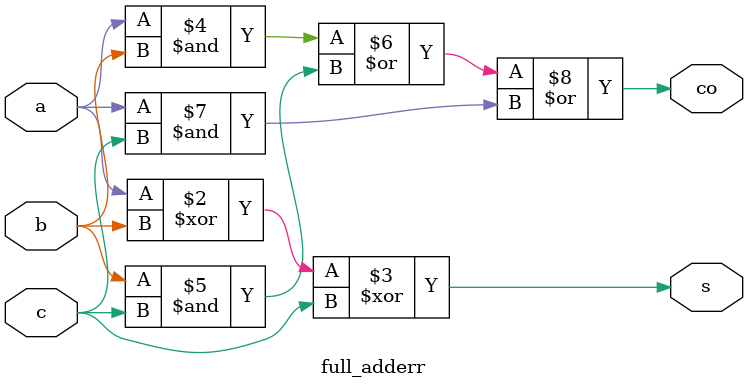
<source format=v>
`timescale 1ns / 1ps


module four_bit_subtractor(d,bo,a,b,c);
    input [3:0] a,b;
    input c;
    output [3:0] d;
    output bo;
    wire [2:0]co;
    //wire [3:0]l; 
  //  xor (l,b,c);
   // assign l=!b+4'b0001;
full_adderr a1(d[0],co[0],a[0],!b[0],c);
full_adderr a2(d[1],co[1],a[1],!b[1],co[0]);
full_adderr a3(d[2],co[2],a[2],!b[2],co[1]);
full_adderr a4(d[3],bo,a[3],!b[3],co[2]);
 endmodule


module full_adderr(output reg s,co, input a,b,c);
    always @(*)
    begin
    s=a^b^c;
    co=(a&b)|(b&c)|(a&c);
    end
endmodule
</source>
